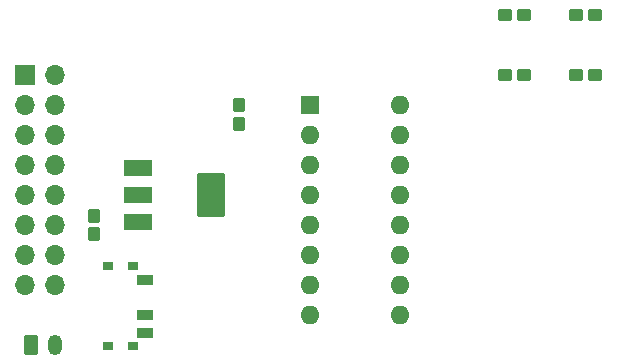
<source format=gbr>
%TF.GenerationSoftware,KiCad,Pcbnew,(7.0.0)*%
%TF.CreationDate,2024-03-24T20:48:38+02:00*%
%TF.ProjectId,p0wer EE3088,70307765-7220-4454-9533-3038382e6b69,rev?*%
%TF.SameCoordinates,Original*%
%TF.FileFunction,Soldermask,Top*%
%TF.FilePolarity,Negative*%
%FSLAX46Y46*%
G04 Gerber Fmt 4.6, Leading zero omitted, Abs format (unit mm)*
G04 Created by KiCad (PCBNEW (7.0.0)) date 2024-03-24 20:48:38*
%MOMM*%
%LPD*%
G01*
G04 APERTURE LIST*
G04 Aperture macros list*
%AMRoundRect*
0 Rectangle with rounded corners*
0 $1 Rounding radius*
0 $2 $3 $4 $5 $6 $7 $8 $9 X,Y pos of 4 corners*
0 Add a 4 corners polygon primitive as box body*
4,1,4,$2,$3,$4,$5,$6,$7,$8,$9,$2,$3,0*
0 Add four circle primitives for the rounded corners*
1,1,$1+$1,$2,$3*
1,1,$1+$1,$4,$5*
1,1,$1+$1,$6,$7*
1,1,$1+$1,$8,$9*
0 Add four rect primitives between the rounded corners*
20,1,$1+$1,$2,$3,$4,$5,0*
20,1,$1+$1,$4,$5,$6,$7,0*
20,1,$1+$1,$6,$7,$8,$9,0*
20,1,$1+$1,$8,$9,$2,$3,0*%
G04 Aperture macros list end*
%ADD10R,1.600000X1.600000*%
%ADD11O,1.600000X1.600000*%
%ADD12RoundRect,0.102000X-1.100000X-0.600000X1.100000X-0.600000X1.100000X0.600000X-1.100000X0.600000X0*%
%ADD13RoundRect,0.102000X-1.100000X-1.750000X1.100000X-1.750000X1.100000X1.750000X-1.100000X1.750000X0*%
%ADD14R,1.400000X0.900000*%
%ADD15R,0.850000X0.750000*%
%ADD16R,1.700000X1.700000*%
%ADD17O,1.700000X1.700000*%
%ADD18RoundRect,0.250000X-0.350000X-0.625000X0.350000X-0.625000X0.350000X0.625000X-0.350000X0.625000X0*%
%ADD19O,1.200000X1.750000*%
%ADD20RoundRect,0.250000X-0.375000X-0.275000X0.375000X-0.275000X0.375000X0.275000X-0.375000X0.275000X0*%
%ADD21RoundRect,0.250000X0.275000X-0.375000X0.275000X0.375000X-0.275000X0.375000X-0.275000X-0.375000X0*%
%ADD22RoundRect,0.250000X-0.275000X0.375000X-0.275000X-0.375000X0.275000X-0.375000X0.275000X0.375000X0*%
G04 APERTURE END LIST*
D10*
%TO.C,U2*%
X133359999Y-60959999D03*
D11*
X133359999Y-63499999D03*
X133359999Y-66039999D03*
X133359999Y-68579999D03*
X133359999Y-71119999D03*
X133359999Y-73659999D03*
X133359999Y-76199999D03*
X133359999Y-78739999D03*
X140979999Y-78739999D03*
X140979999Y-76199999D03*
X140979999Y-73659999D03*
X140979999Y-71119999D03*
X140979999Y-68579999D03*
X140979999Y-66039999D03*
X140979999Y-63499999D03*
X140979999Y-60959999D03*
%TD*%
D12*
%TO.C,U1*%
X118820000Y-66280000D03*
X118820000Y-68580000D03*
X118820000Y-70880000D03*
D13*
X125020000Y-68580000D03*
%TD*%
D14*
%TO.C,SW1*%
X119379999Y-75739999D03*
X119379999Y-78739999D03*
X119379999Y-80239999D03*
D15*
X118412999Y-74614999D03*
X116262999Y-74614999D03*
X118412999Y-81364999D03*
X116287999Y-81364999D03*
%TD*%
D16*
%TO.C,J2*%
X109219999Y-58419999D03*
D17*
X111759999Y-58419999D03*
X109219999Y-60959999D03*
X111759999Y-60959999D03*
X109219999Y-63499999D03*
X111759999Y-63499999D03*
X109219999Y-66039999D03*
X111759999Y-66039999D03*
X109219999Y-68579999D03*
X111759999Y-68579999D03*
X109219999Y-71119999D03*
X111759999Y-71119999D03*
X109219999Y-73659999D03*
X111759999Y-73659999D03*
X109219999Y-76199999D03*
X111759999Y-76199999D03*
%TD*%
D18*
%TO.C,J1*%
X109760000Y-81280000D03*
D19*
X111759999Y-81279999D03*
%TD*%
D20*
%TO.C,C6*%
X155880000Y-53340000D03*
X157480000Y-53340000D03*
%TD*%
%TO.C,C5*%
X155880000Y-58420000D03*
X157480000Y-58420000D03*
%TD*%
%TO.C,C4*%
X149860000Y-58420000D03*
X151460000Y-58420000D03*
%TD*%
%TO.C,C3*%
X149860000Y-53340000D03*
X151460000Y-53340000D03*
%TD*%
D21*
%TO.C,C2*%
X127375000Y-62560000D03*
X127375000Y-60960000D03*
%TD*%
D22*
%TO.C,C1*%
X115100000Y-70320000D03*
X115100000Y-71920000D03*
%TD*%
M02*

</source>
